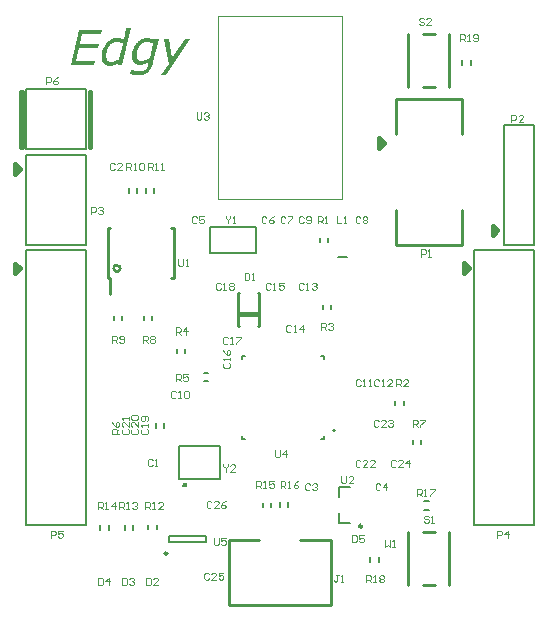
<source format=gto>
G04*
G04 #@! TF.GenerationSoftware,Altium Limited,Altium Designer,18.1.7 (191)*
G04*
G04 Layer_Color=65535*
%FSLAX25Y25*%
%MOIN*%
G70*
G01*
G75*
%ADD10C,0.00787*%
%ADD11C,0.00984*%
%ADD12C,0.01575*%
%ADD13C,0.01000*%
%ADD14C,0.00591*%
%ADD15C,0.00500*%
%ADD16C,0.00394*%
%ADD17C,0.00236*%
G36*
X45901Y180315D02*
X44421D01*
X44632Y181218D01*
X44613D01*
X44594Y181199D01*
X44536Y181161D01*
X44459Y181103D01*
X44286Y180988D01*
X44056Y180853D01*
X43787Y180699D01*
X43518Y180546D01*
X43249Y180411D01*
X42999Y180315D01*
X42979Y180296D01*
X42883Y180277D01*
X42768Y180238D01*
X42595Y180200D01*
X42403Y180142D01*
X42172Y180104D01*
X41941Y180084D01*
X41672Y180065D01*
X41557D01*
X41461Y180084D01*
X41230Y180104D01*
X40961Y180161D01*
X40635Y180257D01*
X40308Y180392D01*
X39981Y180584D01*
X39693Y180853D01*
X39654Y180892D01*
X39577Y181007D01*
X39462Y181180D01*
X39328Y181430D01*
X39193Y181756D01*
X39078Y182160D01*
X39001Y182621D01*
X38962Y183140D01*
Y183159D01*
Y183198D01*
Y183275D01*
Y183352D01*
X38982Y183467D01*
Y183602D01*
X39020Y183928D01*
X39059Y184293D01*
X39116Y184697D01*
X39212Y185139D01*
X39347Y185562D01*
Y185581D01*
X39366Y185620D01*
X39385Y185677D01*
X39424Y185754D01*
X39520Y185966D01*
X39635Y186235D01*
X39789Y186542D01*
X39981Y186869D01*
X40192Y187215D01*
X40423Y187542D01*
Y187561D01*
X40462Y187580D01*
X40538Y187676D01*
X40692Y187830D01*
X40884Y188022D01*
X41115Y188234D01*
X41384Y188464D01*
X41692Y188695D01*
X42018Y188887D01*
X42038D01*
X42057Y188906D01*
X42172Y188964D01*
X42364Y189041D01*
X42614Y189137D01*
X42902Y189233D01*
X43229Y189310D01*
X43575Y189368D01*
X43960Y189387D01*
X44210D01*
X44383Y189368D01*
X44594Y189348D01*
X44805Y189329D01*
X45247Y189233D01*
X45267D01*
X45344Y189214D01*
X45459Y189175D01*
X45612Y189118D01*
X45785Y189060D01*
X45978Y188983D01*
X46362Y188772D01*
X47246Y192616D01*
X48726D01*
X45901Y180315D01*
D02*
G37*
G36*
X60470Y177067D02*
X58798D01*
X61392Y180872D01*
X59816Y189137D01*
X61315D01*
X62545Y182583D01*
X66735Y189137D01*
X68407D01*
X60470Y177067D01*
D02*
G37*
G36*
X38751Y190751D02*
X32581D01*
X31813Y187426D01*
X38021D01*
X37694Y186100D01*
X31505D01*
X30486Y181641D01*
X36675D01*
X36349Y180315D01*
X28622D01*
X31313Y192078D01*
X39078D01*
X38751Y190751D01*
D02*
G37*
G36*
X54473Y189368D02*
X54684Y189348D01*
X54896Y189310D01*
X55357Y189195D01*
X55376D01*
X55453Y189156D01*
X55568Y189118D01*
X55703Y189079D01*
X55876Y189002D01*
X56049Y188945D01*
X56395Y188752D01*
X56587Y189137D01*
X57952Y189137D01*
X56164Y181276D01*
Y181257D01*
X56145Y181180D01*
X56107Y181064D01*
X56068Y180911D01*
X56011Y180738D01*
X55934Y180526D01*
X55857Y180296D01*
X55761Y180046D01*
X55511Y179508D01*
X55222Y178970D01*
X54877Y178470D01*
X54665Y178239D01*
X54454Y178028D01*
X54435Y178009D01*
X54396Y177989D01*
X54338Y177932D01*
X54242Y177855D01*
X54127Y177778D01*
X53973Y177701D01*
X53800Y177605D01*
X53608Y177509D01*
X53377Y177393D01*
X53147Y177297D01*
X52878Y177220D01*
X52589Y177144D01*
X52263Y177067D01*
X51936Y177009D01*
X51571Y176990D01*
X51186Y176971D01*
X50937D01*
X50763Y176990D01*
X50552D01*
X50321Y177028D01*
X49822Y177086D01*
X49783D01*
X49706Y177105D01*
X49572Y177124D01*
X49399Y177163D01*
X49207Y177201D01*
X48995Y177240D01*
X48572Y177355D01*
X48899Y178816D01*
X48995D01*
X49053Y178777D01*
X49149Y178739D01*
X49284Y178700D01*
X49457Y178643D01*
X49668Y178585D01*
X49899Y178508D01*
X50168Y178451D01*
X50206D01*
X50302Y178412D01*
X50437Y178393D01*
X50629Y178355D01*
X50840Y178316D01*
X51071Y178297D01*
X51571Y178258D01*
X51705D01*
X51840Y178278D01*
X52013D01*
X52205Y178316D01*
X52416Y178355D01*
X52628Y178393D01*
X52839Y178470D01*
X52859D01*
X52935Y178508D01*
X53031Y178547D01*
X53147Y178604D01*
X53416Y178777D01*
X53704Y178989D01*
X53723Y179008D01*
X53762Y179046D01*
X53820Y179123D01*
X53896Y179200D01*
X53973Y179315D01*
X54069Y179450D01*
X54223Y179758D01*
X54242Y179777D01*
X54261Y179834D01*
X54300Y179931D01*
X54338Y180046D01*
X54396Y180200D01*
X54454Y180353D01*
X54569Y180738D01*
X54742Y181507D01*
X54704Y181487D01*
X54607Y181411D01*
X54454Y181314D01*
X54281Y181199D01*
X54050Y181064D01*
X53820Y180949D01*
X53570Y180815D01*
X53339Y180699D01*
X53320Y180680D01*
X53224Y180661D01*
X53108Y180622D01*
X52916Y180584D01*
X52705Y180526D01*
X52436Y180488D01*
X52147Y180469D01*
X51801Y180449D01*
X51686D01*
X51590Y180469D01*
X51475D01*
X51359Y180488D01*
X51071Y180546D01*
X50744Y180642D01*
X50418Y180776D01*
X50091Y180968D01*
X49803Y181218D01*
X49764Y181257D01*
X49687Y181372D01*
X49572Y181545D01*
X49457Y181795D01*
X49322Y182102D01*
X49207Y182487D01*
X49130Y182948D01*
X49091Y183448D01*
Y183467D01*
Y183505D01*
Y183563D01*
Y183640D01*
X49111Y183736D01*
Y183871D01*
X49130Y184159D01*
X49187Y184486D01*
X49245Y184851D01*
X49341Y185255D01*
X49457Y185658D01*
Y185677D01*
X49476Y185716D01*
X49495Y185773D01*
X49533Y185850D01*
X49610Y186042D01*
X49726Y186312D01*
X49879Y186600D01*
X50052Y186927D01*
X50264Y187253D01*
X50494Y187580D01*
Y187599D01*
X50533Y187619D01*
X50610Y187715D01*
X50744Y187868D01*
X50937Y188061D01*
X51167Y188272D01*
X51436Y188484D01*
X51724Y188695D01*
X52051Y188887D01*
X52070D01*
X52090Y188906D01*
X52147Y188926D01*
X52205Y188964D01*
X52397Y189041D01*
X52647Y189137D01*
X52935Y189233D01*
X53262Y189310D01*
X53627Y189368D01*
X54012Y189387D01*
X54281D01*
X54473Y189368D01*
D02*
G37*
%LPC*%
G36*
X43940Y188099D02*
X43806D01*
X43652Y188080D01*
X43441Y188041D01*
X43210Y188003D01*
X42960Y187926D01*
X42710Y187830D01*
X42461Y187695D01*
X42441Y187676D01*
X42364Y187619D01*
X42230Y187542D01*
X42095Y187407D01*
X41922Y187253D01*
X41730Y187080D01*
X41538Y186850D01*
X41365Y186619D01*
X41346Y186600D01*
X41288Y186504D01*
X41211Y186369D01*
X41134Y186196D01*
X41019Y185966D01*
X40904Y185716D01*
X40808Y185427D01*
X40711Y185101D01*
Y185062D01*
X40673Y184947D01*
X40654Y184793D01*
X40615Y184563D01*
X40577Y184313D01*
X40538Y184024D01*
X40519Y183717D01*
X40500Y183409D01*
Y183390D01*
Y183371D01*
Y183256D01*
X40519Y183083D01*
X40558Y182871D01*
X40596Y182621D01*
X40673Y182371D01*
X40769Y182141D01*
X40904Y181929D01*
X40923Y181910D01*
X40980Y181853D01*
X41096Y181776D01*
X41230Y181680D01*
X41423Y181583D01*
X41653Y181507D01*
X41941Y181449D01*
X42268Y181430D01*
X42384D01*
X42518Y181449D01*
X42691Y181468D01*
X42902Y181507D01*
X43133Y181564D01*
X43383Y181641D01*
X43633Y181756D01*
X43671Y181776D01*
X43748Y181814D01*
X43883Y181891D01*
X44056Y181968D01*
X44248Y182083D01*
X44459Y182199D01*
X44921Y182487D01*
X46074Y187542D01*
X46055Y187561D01*
X45978Y187580D01*
X45882Y187638D01*
X45747Y187695D01*
X45593Y187772D01*
X45420Y187849D01*
X45036Y187964D01*
X45017D01*
X44940Y187984D01*
X44844Y188003D01*
X44709Y188041D01*
X44536Y188061D01*
X44363Y188080D01*
X43940Y188099D01*
D02*
G37*
G36*
X54012D02*
X53877D01*
X53743Y188080D01*
X53550Y188061D01*
X53339Y188003D01*
X53089Y187945D01*
X52859Y187849D01*
X52609Y187734D01*
X52589Y187715D01*
X52513Y187676D01*
X52397Y187599D01*
X52243Y187484D01*
X52070Y187349D01*
X51898Y187177D01*
X51705Y186984D01*
X51532Y186773D01*
X51513Y186754D01*
X51455Y186677D01*
X51379Y186542D01*
X51282Y186369D01*
X51167Y186158D01*
X51071Y185927D01*
X50956Y185658D01*
X50860Y185351D01*
Y185312D01*
X50821Y185216D01*
X50783Y185043D01*
X50744Y184832D01*
X50706Y184582D01*
X50667Y184313D01*
X50648Y184024D01*
X50629Y183717D01*
Y183698D01*
Y183678D01*
Y183563D01*
X50648Y183390D01*
X50687Y183179D01*
X50725Y182948D01*
X50802Y182718D01*
X50917Y182487D01*
X51052Y182275D01*
X51071Y182256D01*
X51129Y182199D01*
X51244Y182122D01*
X51379Y182026D01*
X51571Y181929D01*
X51801Y181853D01*
X52070Y181795D01*
X52397Y181776D01*
X52513D01*
X52647Y181795D01*
X52801Y181814D01*
X53012Y181833D01*
X53224Y181891D01*
X53454Y181949D01*
X53704Y182045D01*
X53743Y182064D01*
X53820Y182102D01*
X53954Y182160D01*
X54127Y182237D01*
X54319Y182333D01*
X54550Y182448D01*
X55030Y182737D01*
X56126Y187542D01*
X56107Y187561D01*
X56049Y187580D01*
X55934Y187638D01*
X55818Y187695D01*
X55645Y187753D01*
X55472Y187811D01*
X55088Y187945D01*
X55069D01*
X54992Y187964D01*
X54896Y188003D01*
X54761Y188022D01*
X54588Y188061D01*
X54415Y188080D01*
X54012Y188099D01*
D02*
G37*
%LPD*%
D10*
X116787Y58626D02*
G03*
X116787Y58626I-394J0D01*
G01*
X33622Y152239D02*
Y172239D01*
X13622D02*
X33622D01*
X13622Y152239D02*
X33622D01*
X13622D02*
Y172239D01*
X159252Y180315D02*
Y181890D01*
X162008Y180315D02*
Y181890D01*
X163228Y27008D02*
X183228D01*
X169213Y118662D02*
X177244D01*
X183228Y27008D02*
Y118662D01*
X163228Y27008D02*
Y118662D01*
X177244D02*
X183228D01*
X163228D02*
X169213D01*
X13622Y120450D02*
Y139617D01*
Y120450D02*
Y150450D01*
X33622Y120450D02*
Y150450D01*
X13622D02*
X33622D01*
X13622Y120450D02*
X33622D01*
X173228Y160449D02*
X183228D01*
Y120449D02*
Y160449D01*
X173228Y120449D02*
Y160449D01*
Y120449D02*
X183228D01*
X117897Y116535D02*
X120653D01*
X111597Y121260D02*
Y122835D01*
X114353Y121260D02*
Y122835D01*
X128543Y14728D02*
Y16303D01*
X131299Y14728D02*
Y16303D01*
X112795Y98945D02*
Y100520D01*
X115551Y98945D02*
Y100520D01*
X139601Y66954D02*
Y68528D01*
X136845Y66954D02*
Y68528D01*
X145472Y53929D02*
Y55504D01*
X142717Y53929D02*
Y55504D01*
X118095Y27831D02*
X121639D01*
X118095D02*
Y30981D01*
Y39642D02*
X121639D01*
X118095Y36493D02*
Y39642D01*
X98485Y33071D02*
Y34646D01*
X101241Y33071D02*
Y34646D01*
X92760Y32969D02*
Y34543D01*
X95516Y32969D02*
Y34543D01*
X146457Y32219D02*
X148031D01*
X146457Y34975D02*
X148031D01*
X61512Y23264D02*
X73716D01*
X61512Y21295D02*
X73716D01*
Y23264D01*
X61512Y21295D02*
Y23264D01*
X57284Y25571D02*
Y27146D01*
X54528Y25571D02*
Y27146D01*
X59923Y59478D02*
Y61053D01*
X57167Y59478D02*
Y61053D01*
X73008Y74968D02*
X74583D01*
X73008Y77724D02*
X74583D01*
X64133Y84252D02*
Y85827D01*
X66889Y84252D02*
Y85827D01*
X55866Y95276D02*
Y96850D01*
X53110Y95276D02*
Y96850D01*
X45866Y95276D02*
Y96850D01*
X43110Y95276D02*
Y96850D01*
X48071Y137795D02*
Y139370D01*
X50827Y137795D02*
Y139370D01*
X53796Y137795D02*
Y139370D01*
X56552Y137795D02*
Y139370D01*
X13622Y27008D02*
X33622D01*
X19607Y118662D02*
X27637D01*
X33622Y27008D02*
Y118662D01*
X13622Y27008D02*
Y118662D01*
X27637D02*
X33622D01*
X13622D02*
X19607D01*
X49409Y25484D02*
Y27059D01*
X46654Y25484D02*
Y27059D01*
X41322Y25484D02*
Y27059D01*
X38566Y25484D02*
Y27059D01*
D11*
X125772Y26650D02*
G03*
X125772Y26650I-492J0D01*
G01*
X60921Y17555D02*
G03*
X60921Y17555I-492J0D01*
G01*
D12*
X66736Y40389D02*
G03*
X66736Y40389I-197J0D01*
G01*
X169291Y123701D02*
Y126850D01*
X170866Y125276D01*
X169291Y123701D02*
X170866Y125276D01*
X131496Y152756D02*
X133071Y154331D01*
X131496Y155905D02*
X133071Y154331D01*
X131496Y152756D02*
Y155905D01*
X159843Y111102D02*
X161417Y112677D01*
X159843Y114252D02*
X161417Y112677D01*
X159843Y111102D02*
Y114252D01*
X10236Y111024D02*
X11811Y112598D01*
X10236Y114173D02*
X11811Y112598D01*
X10236Y111024D02*
Y114173D01*
Y144095D02*
Y147244D01*
X11811Y145669D01*
X10236Y144095D02*
X11811Y145669D01*
D13*
X45208Y112598D02*
G03*
X45208Y112598I-1114J0D01*
G01*
X34646Y152756D02*
X35433D01*
X34646Y171653D02*
X35433D01*
X34646Y152756D02*
Y171653D01*
X35433Y152756D02*
Y171653D01*
X12598Y152756D02*
Y171653D01*
X11811Y152756D02*
Y171653D01*
X12598D01*
X11811Y152756D02*
X12598D01*
X141142Y173031D02*
Y190748D01*
X154921Y173031D02*
Y190748D01*
X146063Y173031D02*
X150000D01*
X146063Y190748D02*
X150000D01*
X159252Y120315D02*
Y132126D01*
X137205Y120315D02*
X159252D01*
X137205D02*
Y132126D01*
Y157323D02*
Y169134D01*
X159252Y157323D02*
Y169134D01*
X137205D02*
X159252D01*
X84425Y93445D02*
Y104469D01*
X91512Y93445D02*
Y104469D01*
X84425Y97776D02*
X91512D01*
X84425Y96988D02*
X91512D01*
X91118Y104469D02*
X91512D01*
X84425D02*
X84819D01*
X91118Y93445D02*
X91512D01*
X84425D02*
X84819D01*
X146063Y6890D02*
X150000D01*
X146063Y24606D02*
X150000D01*
X141142Y6890D02*
Y24606D01*
X154921Y6890D02*
Y24606D01*
X81496Y22138D02*
X91339D01*
X81496Y484D02*
Y22138D01*
Y484D02*
X115354D01*
Y22138D01*
X105118D02*
X115354D01*
X62205Y109449D02*
X62992D01*
Y125984D01*
X62205D02*
X62992D01*
X40945D02*
X41732D01*
X40945Y109449D02*
Y125984D01*
Y109449D02*
X41732D01*
Y103937D02*
Y109449D01*
D14*
X75000Y117740D02*
Y126402D01*
X90354D01*
Y117740D02*
Y126402D01*
X75000Y117740D02*
X90354D01*
D15*
X113213Y55677D02*
Y56661D01*
X112228Y55677D02*
X113213D01*
X85654D02*
X86638D01*
X85654D02*
Y56661D01*
X113213Y82252D02*
Y83236D01*
X112228D02*
X113213D01*
X85654D02*
X86638D01*
X85654Y82252D02*
Y83236D01*
X64689Y53362D02*
X78390D01*
Y42417D02*
Y53362D01*
X64689Y42417D02*
Y53362D01*
Y42417D02*
X78390D01*
D16*
X98425Y196850D02*
X119095D01*
Y135827D02*
Y196850D01*
X77756Y135827D02*
X119095D01*
X77756D02*
Y196850D01*
X98425D01*
D17*
X63751Y71259D02*
X63358Y71653D01*
X62571D01*
X62177Y71259D01*
Y69685D01*
X62571Y69291D01*
X63358D01*
X63751Y69685D01*
X64539Y69291D02*
X65326D01*
X64932D01*
Y71653D01*
X64539Y71259D01*
X66506D02*
X66900Y71653D01*
X67687D01*
X68081Y71259D01*
Y69685D01*
X67687Y69291D01*
X66900D01*
X66506Y69685D01*
Y71259D01*
X20472Y174016D02*
Y176377D01*
X21653D01*
X22047Y175984D01*
Y175197D01*
X21653Y174803D01*
X20472D01*
X24408Y176377D02*
X23621Y175984D01*
X22834Y175197D01*
Y174409D01*
X23227Y174016D01*
X24015D01*
X24408Y174409D01*
Y174803D01*
X24015Y175197D01*
X22834D01*
X146456Y195669D02*
X146063Y196062D01*
X145275D01*
X144882Y195669D01*
Y195275D01*
X145275Y194881D01*
X146063D01*
X146456Y194488D01*
Y194094D01*
X146063Y193701D01*
X145275D01*
X144882Y194094D01*
X148818Y193701D02*
X147243D01*
X148818Y195275D01*
Y195669D01*
X148424Y196062D01*
X147637D01*
X147243Y195669D01*
X158513Y188238D02*
Y190599D01*
X159693D01*
X160087Y190206D01*
Y189418D01*
X159693Y189025D01*
X158513D01*
X159300D02*
X160087Y188238D01*
X160874D02*
X161661D01*
X161268D01*
Y190599D01*
X160874Y190206D01*
X162842Y188631D02*
X163235Y188238D01*
X164023D01*
X164416Y188631D01*
Y190206D01*
X164023Y190599D01*
X163235D01*
X162842Y190206D01*
Y189812D01*
X163235Y189418D01*
X164416D01*
X170866Y22835D02*
Y25196D01*
X172047D01*
X172440Y24803D01*
Y24015D01*
X172047Y23622D01*
X170866D01*
X174408Y22835D02*
Y25196D01*
X173228Y24015D01*
X174802D01*
X35433Y130709D02*
Y133070D01*
X36614D01*
X37007Y132676D01*
Y131889D01*
X36614Y131496D01*
X35433D01*
X37795Y132676D02*
X38188Y133070D01*
X38975D01*
X39369Y132676D01*
Y132283D01*
X38975Y131889D01*
X38582D01*
X38975D01*
X39369Y131496D01*
Y131102D01*
X38975Y130709D01*
X38188D01*
X37795Y131102D01*
X133523Y22047D02*
Y19685D01*
X134310Y20472D01*
X135097Y19685D01*
Y22047D01*
X135884Y19685D02*
X136671D01*
X136278D01*
Y22047D01*
X135884Y21653D01*
X148031Y29799D02*
X147637Y30193D01*
X146850D01*
X146457Y29799D01*
Y29406D01*
X146850Y29012D01*
X147637D01*
X148031Y28618D01*
Y28225D01*
X147637Y27831D01*
X146850D01*
X146457Y28225D01*
X148818Y27831D02*
X149605D01*
X149212D01*
Y30193D01*
X148818Y29799D01*
X86614Y111023D02*
Y108661D01*
X87795D01*
X88188Y109055D01*
Y110629D01*
X87795Y111023D01*
X86614D01*
X88976Y108661D02*
X89763D01*
X89369D01*
Y111023D01*
X88976Y110629D01*
X79528Y47243D02*
Y46850D01*
X80315Y46063D01*
X81102Y46850D01*
Y47243D01*
X80315Y46063D02*
Y44882D01*
X83463D02*
X81889D01*
X83463Y46456D01*
Y46850D01*
X83070Y47243D01*
X82283D01*
X81889Y46850D01*
X80315Y129920D02*
Y129527D01*
X81102Y128740D01*
X81889Y129527D01*
Y129920D01*
X81102Y128740D02*
Y127559D01*
X82676D02*
X83464D01*
X83070D01*
Y129920D01*
X82676Y129527D01*
X76378Y22834D02*
Y20866D01*
X76771Y20472D01*
X77559D01*
X77952Y20866D01*
Y22834D01*
X80314D02*
X78739D01*
Y21653D01*
X79527Y22047D01*
X79920D01*
X80314Y21653D01*
Y20866D01*
X79920Y20472D01*
X79133D01*
X78739Y20866D01*
X96850Y51968D02*
Y50000D01*
X97244Y49606D01*
X98031D01*
X98425Y50000D01*
Y51968D01*
X100393Y49606D02*
Y51968D01*
X99212Y50787D01*
X100786D01*
X70669Y164566D02*
Y162598D01*
X71063Y162205D01*
X71850D01*
X72244Y162598D01*
Y164566D01*
X73031Y164173D02*
X73424Y164566D01*
X74212D01*
X74605Y164173D01*
Y163779D01*
X74212Y163385D01*
X73818D01*
X74212D01*
X74605Y162992D01*
Y162598D01*
X74212Y162205D01*
X73424D01*
X73031Y162598D01*
X118898Y43290D02*
Y41322D01*
X119291Y40928D01*
X120078D01*
X120472Y41322D01*
Y43290D01*
X122833Y40928D02*
X121259D01*
X122833Y42502D01*
Y42896D01*
X122440Y43290D01*
X121653D01*
X121259Y42896D01*
X64567Y115747D02*
Y113779D01*
X64960Y113386D01*
X65748D01*
X66141Y113779D01*
Y115747D01*
X66928Y113386D02*
X67716D01*
X67322D01*
Y115747D01*
X66928Y115354D01*
X127227Y7909D02*
Y10271D01*
X128407D01*
X128801Y9877D01*
Y9090D01*
X128407Y8697D01*
X127227D01*
X128014D02*
X128801Y7909D01*
X129588D02*
X130375D01*
X129982D01*
Y10271D01*
X129588Y9877D01*
X131556D02*
X131949Y10271D01*
X132737D01*
X133130Y9877D01*
Y9484D01*
X132737Y9090D01*
X133130Y8697D01*
Y8303D01*
X132737Y7909D01*
X131949D01*
X131556Y8303D01*
Y8697D01*
X131949Y9090D01*
X131556Y9484D01*
Y9877D01*
X131949Y9090D02*
X132737D01*
X144095Y36747D02*
Y39108D01*
X145275D01*
X145669Y38715D01*
Y37927D01*
X145275Y37534D01*
X144095D01*
X144882D02*
X145669Y36747D01*
X146456D02*
X147243D01*
X146850D01*
Y39108D01*
X146456Y38715D01*
X148424Y39108D02*
X149998D01*
Y38715D01*
X148424Y37140D01*
Y36747D01*
X98646Y39370D02*
Y41732D01*
X99826D01*
X100220Y41338D01*
Y40551D01*
X99826Y40157D01*
X98646D01*
X99433D02*
X100220Y39370D01*
X101007D02*
X101794D01*
X101401D01*
Y41732D01*
X101007Y41338D01*
X104549Y41732D02*
X103762Y41338D01*
X102975Y40551D01*
Y39764D01*
X103369Y39370D01*
X104156D01*
X104549Y39764D01*
Y40157D01*
X104156Y40551D01*
X102975D01*
X90551Y39370D02*
Y41732D01*
X91732D01*
X92125Y41338D01*
Y40551D01*
X91732Y40157D01*
X90551D01*
X91338D02*
X92125Y39370D01*
X92913D02*
X93700D01*
X93306D01*
Y41732D01*
X92913Y41338D01*
X96455Y41732D02*
X94880D01*
Y40551D01*
X95668Y40944D01*
X96061D01*
X96455Y40551D01*
Y39764D01*
X96061Y39370D01*
X95274D01*
X94880Y39764D01*
X37795Y32283D02*
Y34645D01*
X38976D01*
X39370Y34251D01*
Y33464D01*
X38976Y33071D01*
X37795D01*
X38582D02*
X39370Y32283D01*
X40157D02*
X40944D01*
X40550D01*
Y34645D01*
X40157Y34251D01*
X43305Y32283D02*
Y34645D01*
X42125Y33464D01*
X43699D01*
X44882Y32283D02*
Y34645D01*
X46063D01*
X46456Y34251D01*
Y33464D01*
X46063Y33071D01*
X44882D01*
X45669D02*
X46456Y32283D01*
X47243D02*
X48030D01*
X47637D01*
Y34645D01*
X47243Y34251D01*
X49211D02*
X49605Y34645D01*
X50392D01*
X50785Y34251D01*
Y33858D01*
X50392Y33464D01*
X49998D01*
X50392D01*
X50785Y33071D01*
Y32677D01*
X50392Y32283D01*
X49605D01*
X49211Y32677D01*
X53543Y32283D02*
Y34645D01*
X54724D01*
X55118Y34251D01*
Y33464D01*
X54724Y33071D01*
X53543D01*
X54330D02*
X55118Y32283D01*
X55905D02*
X56692D01*
X56298D01*
Y34645D01*
X55905Y34251D01*
X59447Y32283D02*
X57873D01*
X59447Y33858D01*
Y34251D01*
X59053Y34645D01*
X58266D01*
X57873Y34251D01*
X54488Y145449D02*
Y147810D01*
X55669D01*
X56063Y147417D01*
Y146630D01*
X55669Y146236D01*
X54488D01*
X55275D02*
X56063Y145449D01*
X56850D02*
X57637D01*
X57243D01*
Y147810D01*
X56850Y147417D01*
X58817Y145449D02*
X59605D01*
X59211D01*
Y147810D01*
X58817Y147417D01*
X47244Y145450D02*
Y147812D01*
X48425D01*
X48818Y147418D01*
Y146631D01*
X48425Y146238D01*
X47244D01*
X48031D02*
X48818Y145450D01*
X49606D02*
X50393D01*
X49999D01*
Y147812D01*
X49606Y147418D01*
X51573D02*
X51967Y147812D01*
X52754D01*
X53148Y147418D01*
Y145844D01*
X52754Y145450D01*
X51967D01*
X51573Y145844D01*
Y147418D01*
X42520Y87797D02*
Y90159D01*
X43700D01*
X44094Y89765D01*
Y88978D01*
X43700Y88584D01*
X42520D01*
X43307D02*
X44094Y87797D01*
X44881Y88191D02*
X45275Y87797D01*
X46062D01*
X46455Y88191D01*
Y89765D01*
X46062Y90159D01*
X45275D01*
X44881Y89765D01*
Y89372D01*
X45275Y88978D01*
X46455D01*
X52756Y87797D02*
Y90159D01*
X53937D01*
X54330Y89765D01*
Y88978D01*
X53937Y88584D01*
X52756D01*
X53543D02*
X54330Y87797D01*
X55117Y89765D02*
X55511Y90159D01*
X56298D01*
X56692Y89765D01*
Y89372D01*
X56298Y88978D01*
X56692Y88584D01*
Y88191D01*
X56298Y87797D01*
X55511D01*
X55117Y88191D01*
Y88584D01*
X55511Y88978D01*
X55117Y89372D01*
Y89765D01*
X55511Y88978D02*
X56298D01*
X142717Y59842D02*
Y62204D01*
X143897D01*
X144291Y61810D01*
Y61023D01*
X143897Y60630D01*
X142717D01*
X143504D02*
X144291Y59842D01*
X145078Y62204D02*
X146652D01*
Y61810D01*
X145078Y60236D01*
Y59842D01*
X44882Y57480D02*
X42520D01*
Y58661D01*
X42914Y59055D01*
X43701D01*
X44095Y58661D01*
Y57480D01*
Y58267D02*
X44882Y59055D01*
X42520Y61416D02*
X42914Y60629D01*
X43701Y59842D01*
X44488D01*
X44882Y60235D01*
Y61023D01*
X44488Y61416D01*
X44095D01*
X43701Y61023D01*
Y59842D01*
X63779Y75038D02*
Y77399D01*
X64960D01*
X65354Y77006D01*
Y76218D01*
X64960Y75825D01*
X63779D01*
X64567D02*
X65354Y75038D01*
X67715Y77399D02*
X66141D01*
Y76218D01*
X66928Y76612D01*
X67322D01*
X67715Y76218D01*
Y75431D01*
X67322Y75038D01*
X66535D01*
X66141Y75431D01*
X63697Y90551D02*
Y92913D01*
X64878D01*
X65271Y92519D01*
Y91732D01*
X64878Y91338D01*
X63697D01*
X64484D02*
X65271Y90551D01*
X67239D02*
Y92913D01*
X66058Y91732D01*
X67633D01*
X112228Y92126D02*
Y94487D01*
X113409D01*
X113803Y94094D01*
Y93307D01*
X113409Y92913D01*
X112228D01*
X113015D02*
X113803Y92126D01*
X114590Y94094D02*
X114983Y94487D01*
X115771D01*
X116164Y94094D01*
Y93700D01*
X115771Y93307D01*
X115377D01*
X115771D01*
X116164Y92913D01*
Y92520D01*
X115771Y92126D01*
X114983D01*
X114590Y92520D01*
X137205Y73228D02*
Y75590D01*
X138385D01*
X138779Y75196D01*
Y74409D01*
X138385Y74015D01*
X137205D01*
X137992D02*
X138779Y73228D01*
X141140D02*
X139566D01*
X141140Y74803D01*
Y75196D01*
X140747Y75590D01*
X139960D01*
X139566Y75196D01*
X111024Y127559D02*
Y129920D01*
X112204D01*
X112598Y129527D01*
Y128740D01*
X112204Y128346D01*
X111024D01*
X111811D02*
X112598Y127559D01*
X113385D02*
X114172D01*
X113779D01*
Y129920D01*
X113385Y129527D01*
X22047Y22835D02*
Y25196D01*
X23228D01*
X23621Y24803D01*
Y24015D01*
X23228Y23622D01*
X22047D01*
X25983Y25196D02*
X24409D01*
Y24015D01*
X25196Y24409D01*
X25589D01*
X25983Y24015D01*
Y23228D01*
X25589Y22835D01*
X24802D01*
X24409Y23228D01*
X175591Y161417D02*
Y163779D01*
X176771D01*
X177165Y163385D01*
Y162598D01*
X176771Y162205D01*
X175591D01*
X179526Y161417D02*
X177952D01*
X179526Y162992D01*
Y163385D01*
X179133Y163779D01*
X178346D01*
X177952Y163385D01*
X145472Y116535D02*
Y118897D01*
X146653D01*
X147047Y118503D01*
Y117716D01*
X146653Y117323D01*
X145472D01*
X147834Y116535D02*
X148621D01*
X148227D01*
Y118897D01*
X147834Y118503D01*
X117323Y129920D02*
Y127559D01*
X118897D01*
X119684D02*
X120471D01*
X120078D01*
Y129920D01*
X119684Y129527D01*
X117968Y10523D02*
X117181D01*
X117575D01*
Y8555D01*
X117181Y8161D01*
X116787D01*
X116394Y8555D01*
X118755Y8161D02*
X119542D01*
X119149D01*
Y10523D01*
X118755Y10129D01*
X122397Y23657D02*
Y21295D01*
X123578D01*
X123972Y21689D01*
Y23263D01*
X123578Y23657D01*
X122397D01*
X126333D02*
X124759D01*
Y22476D01*
X125546Y22870D01*
X125940D01*
X126333Y22476D01*
Y21689D01*
X125940Y21295D01*
X125152D01*
X124759Y21689D01*
X37795Y9448D02*
Y7087D01*
X38976D01*
X39370Y7480D01*
Y9054D01*
X38976Y9448D01*
X37795D01*
X41337Y7087D02*
Y9448D01*
X40157Y8267D01*
X41731D01*
X45866Y9448D02*
Y7087D01*
X47047D01*
X47440Y7480D01*
Y9054D01*
X47047Y9448D01*
X45866D01*
X48228Y9054D02*
X48621Y9448D01*
X49408D01*
X49802Y9054D01*
Y8661D01*
X49408Y8267D01*
X49015D01*
X49408D01*
X49802Y7874D01*
Y7480D01*
X49408Y7087D01*
X48621D01*
X48228Y7480D01*
X53858Y9448D02*
Y7087D01*
X55039D01*
X55433Y7480D01*
Y9054D01*
X55039Y9448D01*
X53858D01*
X57794Y7087D02*
X56220D01*
X57794Y8661D01*
Y9054D01*
X57400Y9448D01*
X56613D01*
X56220Y9054D01*
X75590Y34645D02*
X75196Y35039D01*
X74409D01*
X74016Y34645D01*
Y33071D01*
X74409Y32677D01*
X75196D01*
X75590Y33071D01*
X77952Y32677D02*
X76377D01*
X77952Y34251D01*
Y34645D01*
X77558Y35039D01*
X76771D01*
X76377Y34645D01*
X80313Y35039D02*
X79526Y34645D01*
X78739Y33858D01*
Y33071D01*
X79132Y32677D01*
X79919D01*
X80313Y33071D01*
Y33464D01*
X79919Y33858D01*
X78739D01*
X74803Y10826D02*
X74409Y11220D01*
X73622D01*
X73228Y10826D01*
Y9252D01*
X73622Y8858D01*
X74409D01*
X74803Y9252D01*
X77164Y8858D02*
X75590D01*
X77164Y10433D01*
Y10826D01*
X76771Y11220D01*
X75983D01*
X75590Y10826D01*
X79526Y11220D02*
X77951D01*
Y10039D01*
X78738Y10433D01*
X79132D01*
X79526Y10039D01*
Y9252D01*
X79132Y8858D01*
X78345D01*
X77951Y9252D01*
X137007Y48425D02*
X136614Y48818D01*
X135827D01*
X135433Y48425D01*
Y46850D01*
X135827Y46457D01*
X136614D01*
X137007Y46850D01*
X139369Y46457D02*
X137794D01*
X139369Y48031D01*
Y48425D01*
X138975Y48818D01*
X138188D01*
X137794Y48425D01*
X141337Y46457D02*
Y48818D01*
X140156Y47637D01*
X141730D01*
X131284Y61810D02*
X130890Y62204D01*
X130103D01*
X129709Y61810D01*
Y60236D01*
X130103Y59842D01*
X130890D01*
X131284Y60236D01*
X133645Y59842D02*
X132071D01*
X133645Y61417D01*
Y61810D01*
X133252Y62204D01*
X132465D01*
X132071Y61810D01*
X134432D02*
X134826Y62204D01*
X135613D01*
X136007Y61810D01*
Y61417D01*
X135613Y61023D01*
X135220D01*
X135613D01*
X136007Y60630D01*
Y60236D01*
X135613Y59842D01*
X134826D01*
X134432Y60236D01*
X125212Y48425D02*
X124819Y48818D01*
X124031D01*
X123638Y48425D01*
Y46850D01*
X124031Y46457D01*
X124819D01*
X125212Y46850D01*
X127574Y46457D02*
X125999D01*
X127574Y48031D01*
Y48425D01*
X127180Y48818D01*
X126393D01*
X125999Y48425D01*
X129935Y46457D02*
X128361D01*
X129935Y48031D01*
Y48425D01*
X129541Y48818D01*
X128754D01*
X128361Y48425D01*
X46103Y59055D02*
X45709Y58661D01*
Y57874D01*
X46103Y57480D01*
X47677D01*
X48071Y57874D01*
Y58661D01*
X47677Y59055D01*
X48071Y61416D02*
Y59842D01*
X46497Y61416D01*
X46103D01*
X45709Y61023D01*
Y60235D01*
X46103Y59842D01*
X48071Y62203D02*
Y62990D01*
Y62597D01*
X45709D01*
X46103Y62203D01*
X49213Y59055D02*
X48820Y58661D01*
Y57874D01*
X49213Y57480D01*
X50788D01*
X51181Y57874D01*
Y58661D01*
X50788Y59055D01*
X51181Y61416D02*
Y59842D01*
X49607Y61416D01*
X49213D01*
X48820Y61023D01*
Y60235D01*
X49213Y59842D01*
Y62203D02*
X48820Y62597D01*
Y63384D01*
X49213Y63778D01*
X50788D01*
X51181Y63384D01*
Y62597D01*
X50788Y62203D01*
X49213D01*
X52560Y59055D02*
X52166Y58661D01*
Y57874D01*
X52560Y57480D01*
X54134D01*
X54528Y57874D01*
Y58661D01*
X54134Y59055D01*
X54528Y59842D02*
Y60629D01*
Y60235D01*
X52166D01*
X52560Y59842D01*
X54134Y61810D02*
X54528Y62203D01*
Y62990D01*
X54134Y63384D01*
X52560D01*
X52166Y62990D01*
Y62203D01*
X52560Y61810D01*
X52953D01*
X53347Y62203D01*
Y63384D01*
X78740Y107480D02*
X78346Y107873D01*
X77559D01*
X77165Y107480D01*
Y105905D01*
X77559Y105512D01*
X78346D01*
X78740Y105905D01*
X79527Y105512D02*
X80314D01*
X79920D01*
Y107873D01*
X79527Y107480D01*
X81495D02*
X81888Y107873D01*
X82675D01*
X83069Y107480D01*
Y107086D01*
X82675Y106693D01*
X83069Y106299D01*
Y105905D01*
X82675Y105512D01*
X81888D01*
X81495Y105905D01*
Y106299D01*
X81888Y106693D01*
X81495Y107086D01*
Y107480D01*
X81888Y106693D02*
X82675D01*
X81102Y89369D02*
X80708Y89763D01*
X79921D01*
X79528Y89369D01*
Y87795D01*
X79921Y87402D01*
X80708D01*
X81102Y87795D01*
X81889Y87402D02*
X82676D01*
X82283D01*
Y89763D01*
X81889Y89369D01*
X83857Y89763D02*
X85431D01*
Y89369D01*
X83857Y87795D01*
Y87402D01*
X79922Y81102D02*
X79528Y80708D01*
Y79921D01*
X79922Y79528D01*
X81496D01*
X81890Y79921D01*
Y80708D01*
X81496Y81102D01*
X81890Y81889D02*
Y82676D01*
Y82283D01*
X79528D01*
X79922Y81889D01*
X79528Y85431D02*
X79922Y84644D01*
X80709Y83857D01*
X81496D01*
X81890Y84250D01*
Y85038D01*
X81496Y85431D01*
X81103D01*
X80709Y85038D01*
Y83857D01*
X95275Y107480D02*
X94881Y107873D01*
X94094D01*
X93701Y107480D01*
Y105905D01*
X94094Y105512D01*
X94881D01*
X95275Y105905D01*
X96062Y105512D02*
X96849D01*
X96456D01*
Y107873D01*
X96062Y107480D01*
X99604Y107873D02*
X98030D01*
Y106693D01*
X98817Y107086D01*
X99211D01*
X99604Y106693D01*
Y105905D01*
X99211Y105512D01*
X98424D01*
X98030Y105905D01*
X102165Y93306D02*
X101771Y93700D01*
X100984D01*
X100591Y93306D01*
Y91732D01*
X100984Y91339D01*
X101771D01*
X102165Y91732D01*
X102952Y91339D02*
X103739D01*
X103346D01*
Y93700D01*
X102952Y93306D01*
X106101Y91339D02*
Y93700D01*
X104920Y92519D01*
X106494D01*
X106312Y107480D02*
X105919Y107873D01*
X105131D01*
X104738Y107480D01*
Y105905D01*
X105131Y105512D01*
X105919D01*
X106312Y105905D01*
X107099Y105512D02*
X107886D01*
X107493D01*
Y107873D01*
X107099Y107480D01*
X109067D02*
X109461Y107873D01*
X110248D01*
X110641Y107480D01*
Y107086D01*
X110248Y106693D01*
X109854D01*
X110248D01*
X110641Y106299D01*
Y105905D01*
X110248Y105512D01*
X109461D01*
X109067Y105905D01*
X131496Y75196D02*
X131102Y75590D01*
X130315D01*
X129921Y75196D01*
Y73622D01*
X130315Y73228D01*
X131102D01*
X131496Y73622D01*
X132283Y73228D02*
X133070D01*
X132676D01*
Y75590D01*
X132283Y75196D01*
X135825Y73228D02*
X134251D01*
X135825Y74803D01*
Y75196D01*
X135431Y75590D01*
X134644D01*
X134251Y75196D01*
X125269D02*
X124875Y75590D01*
X124088D01*
X123694Y75196D01*
Y73622D01*
X124088Y73228D01*
X124875D01*
X125269Y73622D01*
X126056Y73228D02*
X126843D01*
X126449D01*
Y75590D01*
X126056Y75196D01*
X128024Y73228D02*
X128811D01*
X128417D01*
Y75590D01*
X128024Y75196D01*
X106312Y129527D02*
X105919Y129920D01*
X105131D01*
X104738Y129527D01*
Y127953D01*
X105131Y127559D01*
X105919D01*
X106312Y127953D01*
X107099D02*
X107493Y127559D01*
X108280D01*
X108674Y127953D01*
Y129527D01*
X108280Y129920D01*
X107493D01*
X107099Y129527D01*
Y129133D01*
X107493Y128740D01*
X108674D01*
X125212Y129527D02*
X124819Y129920D01*
X124031D01*
X123638Y129527D01*
Y127953D01*
X124031Y127559D01*
X124819D01*
X125212Y127953D01*
X125999Y129527D02*
X126393Y129920D01*
X127180D01*
X127574Y129527D01*
Y129133D01*
X127180Y128740D01*
X127574Y128346D01*
Y127953D01*
X127180Y127559D01*
X126393D01*
X125999Y127953D01*
Y128346D01*
X126393Y128740D01*
X125999Y129133D01*
Y129527D01*
X126393Y128740D02*
X127180D01*
X100220Y129527D02*
X99826Y129920D01*
X99039D01*
X98646Y129527D01*
Y127953D01*
X99039Y127559D01*
X99826D01*
X100220Y127953D01*
X101007Y129920D02*
X102581D01*
Y129527D01*
X101007Y127953D01*
Y127559D01*
X93921Y129527D02*
X93527Y129920D01*
X92740D01*
X92347Y129527D01*
Y127953D01*
X92740Y127559D01*
X93527D01*
X93921Y127953D01*
X96282Y129920D02*
X95495Y129527D01*
X94708Y128740D01*
Y127953D01*
X95101Y127559D01*
X95889D01*
X96282Y127953D01*
Y128346D01*
X95889Y128740D01*
X94708D01*
X70712Y129527D02*
X70319Y129920D01*
X69531D01*
X69138Y129527D01*
Y127953D01*
X69531Y127559D01*
X70319D01*
X70712Y127953D01*
X73074Y129920D02*
X71499D01*
Y128740D01*
X72286Y129133D01*
X72680D01*
X73074Y128740D01*
Y127953D01*
X72680Y127559D01*
X71893D01*
X71499Y127953D01*
X131866Y40551D02*
X131472Y40944D01*
X130685D01*
X130291Y40551D01*
Y38976D01*
X130685Y38583D01*
X131472D01*
X131866Y38976D01*
X133834Y38583D02*
Y40944D01*
X132653Y39763D01*
X134227D01*
X108447Y40551D02*
X108054Y40944D01*
X107267D01*
X106873Y40551D01*
Y38976D01*
X107267Y38583D01*
X108054D01*
X108447Y38976D01*
X109234Y40551D02*
X109628Y40944D01*
X110415D01*
X110809Y40551D01*
Y40157D01*
X110415Y39763D01*
X110022D01*
X110415D01*
X110809Y39370D01*
Y38976D01*
X110415Y38583D01*
X109628D01*
X109234Y38976D01*
X43307Y147417D02*
X42913Y147810D01*
X42126D01*
X41732Y147417D01*
Y145842D01*
X42126Y145449D01*
X42913D01*
X43307Y145842D01*
X45668Y145449D02*
X44094D01*
X45668Y147023D01*
Y147417D01*
X45274Y147810D01*
X44487D01*
X44094Y147417D01*
X55929Y48669D02*
X55536Y49062D01*
X54749D01*
X54355Y48669D01*
Y47094D01*
X54749Y46701D01*
X55536D01*
X55929Y47094D01*
X56717Y46701D02*
X57504D01*
X57110D01*
Y49062D01*
X56717Y48669D01*
M02*

</source>
